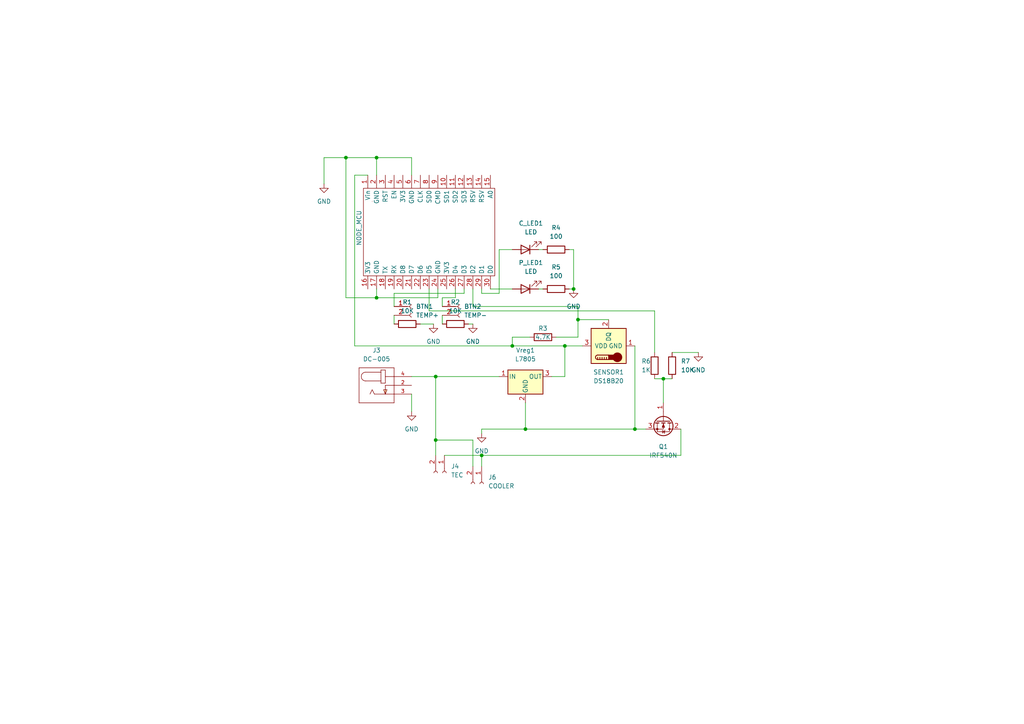
<source format=kicad_sch>
(kicad_sch (version 20211123) (generator eeschema)
  (paper "A4")
  (title_block (title "NodeMCU Thermal Control") (date "2022-03-19") (rev "1.0") (company "FeapTech"))
  (lib_symbols
    (symbol "Connector:Conn_01x02_Female" (pin_names (offset 1.016) hide)
      (property "Reference" "J" (at 0 2.54 0))
      (property "Value" "Conn_01x02_Female" (at 0 -5.08 0))
      (symbol "Conn_01x02_Female_1_1"
        (arc (start 0 -2.032) (mid -0.508 -2.54) (end 0 -3.048) (stroke (width 0.1524)))
        (polyline (pts (xy -1.27 -2.54) (xy -0.508 -2.54)) (stroke (width 0.1524)))
        (polyline (pts (xy -1.27 0) (xy -0.508 0)) (stroke (width 0.1524)))
        (arc (start 0 0.508) (mid -0.508 0) (end 0 -0.508) (stroke (width 0.1524)))
        (pin passive line (at -5.08 0 0) (length 3.81) (name "Pin_1") (number "1"))
        (pin passive line (at -5.08 -2.54 0) (length 3.81) (name "Pin_2") (number "2"))
      )
    )
    (symbol "DC-005:DC-005" (pin_names (offset 1.016) hide)
      (property "Reference" "J" (at -5.1054 5.588 0))
      (property "Value" "DC-005" (at -5.1054 -7.6454 0))
      (symbol "DC-005_0_0"
        (arc (start -3.175 3.81) (mid -4.445 2.54) (end -3.175 1.27) (stroke (width 0.1524)))
        (polyline (pts (xy -5.08 -5.08) (xy -5.08 5.08)) (stroke (width 0.1524)))
        (polyline (pts (xy -5.08 5.08) (xy 5.08 5.08)) (stroke (width 0.1524)))
        (polyline (pts (xy -3.175 3.81) (xy 1.27 3.81)) (stroke (width 0.1524)))
        (polyline (pts (xy -1.27 -1.27) (xy -1.905 -2.54)) (stroke (width 0.1524)))
        (polyline (pts (xy -0.635 -2.54) (xy -1.27 -1.27)) (stroke (width 0.1524)))
        (polyline (pts (xy 1.27 0.635) (xy 2.54 0.635)) (stroke (width 0.1524)))
        (polyline (pts (xy 1.27 1.27) (xy -3.175 1.27)) (stroke (width 0.1524)))
        (polyline (pts (xy 1.27 1.27) (xy 1.27 0.635)) (stroke (width 0.1524)))
        (polyline (pts (xy 1.27 3.81) (xy 1.27 1.27)) (stroke (width 0.1524)))
        (polyline (pts (xy 1.27 4.445) (xy 1.27 3.81)) (stroke (width 0.1524)))
        (polyline (pts (xy 2.54 -2.54) (xy -0.635 -2.54)) (stroke (width 0.1524)))
        (polyline (pts (xy 2.54 -2.54) (xy 5.08 -2.54)) (stroke (width 0.1524)))
        (polyline (pts (xy 2.54 0) (xy 2.54 -2.54)) (stroke (width 0.1524)))
        (polyline (pts (xy 2.54 0) (xy 5.08 0)) (stroke (width 0.1524)))
        (polyline (pts (xy 2.54 0.635) (xy 2.54 2.54)) (stroke (width 0.1524)))
        (polyline (pts (xy 2.54 2.54) (xy 2.54 4.445)) (stroke (width 0.1524)))
        (polyline (pts (xy 2.54 2.54) (xy 5.08 2.54)) (stroke (width 0.1524)))
        (polyline (pts (xy 2.54 4.445) (xy 1.27 4.445)) (stroke (width 0.1524)))
        (polyline (pts (xy 5.08 -5.08) (xy -5.08 -5.08)) (stroke (width 0.1524)))
        (polyline (pts (xy 5.08 -2.54) (xy 5.08 -5.08)) (stroke (width 0.1524)))
        (polyline (pts (xy 5.08 0) (xy 5.08 -2.54)) (stroke (width 0.1524)))
        (polyline (pts (xy 5.08 2.54) (xy 5.08 0)) (stroke (width 0.1524)))
        (polyline (pts (xy 5.08 5.08) (xy 5.08 2.54)) (stroke (width 0.1524)))
        (polyline (pts (xy 2.54 -2.54) (xy 2.032 -1.27) (xy 3.048 -1.27) (xy 2.54 -2.54)) (stroke (width 0.1524)) (fill (type background)))
        (pin passive line (at 10.16 0 180) (length 5.08) (name "~") (number "2"))
        (pin passive line (at 10.16 -2.54 180) (length 5.08) (name "~") (number "3"))
        (pin passive line (at 10.16 2.54 180) (length 5.08) (name "~") (number "4"))
      )
    )
    (symbol "Device:LED" (pin_numbers hide) (pin_names (offset 1.016) hide)
      (property "Reference" "D" (at 0 2.54 0))
      (property "Value" "LED" (at 0 -2.54 0))
      (symbol "LED_0_1"
        (polyline (pts (xy -1.27 -1.27) (xy -1.27 1.27)) (stroke (width 0.254)))
        (polyline (pts (xy -1.27 0) (xy 1.27 0)))
        (polyline (pts (xy 1.27 -1.27) (xy 1.27 1.27) (xy -1.27 0) (xy 1.27 -1.27)) (stroke (width 0.254)))
        (polyline (pts (xy -3.048 -0.762) (xy -4.572 -2.286) (xy -3.81 -2.286) (xy -4.572 -2.286) (xy -4.572 -1.524)))
        (polyline (pts (xy -1.778 -0.762) (xy -3.302 -2.286) (xy -2.54 -2.286) (xy -3.302 -2.286) (xy -3.302 -1.524)))
      )
      (symbol "LED_1_1"
        (pin passive line (at -3.81 0 0) (length 2.54) (name "K") (number "1"))
        (pin passive line (at 3.81 0 180) (length 2.54) (name "A") (number "2"))
      )
    )
    (symbol "Device:R" (pin_numbers hide) (pin_names (offset 0))
      (property "Reference" "R" (at 2.032 0 90))
      (property "Value" "R" (at 0 0 90))
      (symbol "R_0_1"
        (rectangle (start -1.016 -2.54) (end 1.016 2.54) (stroke (width 0.254)))
      )
      (symbol "R_1_1"
        (pin passive line (at 0 3.81 270) (length 1.27) (name "~") (number "1"))
        (pin passive line (at 0 -3.81 90) (length 1.27) (name "~") (number "2"))
      )
    )
    (symbol "Regulator_Linear:L7805" (pin_names (offset 0.254))
      (property "Reference" "U" (at -3.81 3.175 0))
      (property "Value" "L7805" (at 0 3.175 0))
      (symbol "L7805_0_1"
        (rectangle (start -5.08 1.905) (end 5.08 -5.08) (stroke (width 0.254)) (fill (type background)))
      )
      (symbol "L7805_1_1"
        (pin power_in line (at -7.62 0 0) (length 2.54) (name "IN") (number "1"))
        (pin power_in line (at 0 -7.62 90) (length 2.54) (name "GND") (number "2"))
        (pin power_out line (at 7.62 0 180) (length 2.54) (name "OUT") (number "3"))
      )
    )
    (symbol "Sensor_Temperature:DS18B20" (pin_names (offset 1.016))
      (property "Reference" "U" (at -3.81 6.35 0))
      (property "Value" "DS18B20" (at 6.35 6.35 0))
      (symbol "DS18B20_0_1"
        (rectangle (start -5.08 5.08) (end 5.08 -5.08) (stroke (width 0.254)) (fill (type background)))
        (circle (center -3.302 -2.54) (radius 1.27) (stroke (width 0.254)) (fill (type outline)))
        (rectangle (start -2.667 -1.905) (end -3.937 0) (stroke (width 0.254)) (fill (type outline)))
        (arc (start -2.667 3.175) (mid -3.302 3.81) (end -3.937 3.175) (stroke (width 0.254)))
        (polyline (pts (xy -3.937 0.635) (xy -3.302 0.635)) (stroke (width 0.254)))
        (polyline (pts (xy -3.937 1.27) (xy -3.302 1.27)) (stroke (width 0.254)))
        (polyline (pts (xy -3.937 1.905) (xy -3.302 1.905)) (stroke (width 0.254)))
        (polyline (pts (xy -3.937 2.54) (xy -3.302 2.54)) (stroke (width 0.254)))
        (polyline (pts (xy -3.937 3.175) (xy -3.937 0)) (stroke (width 0.254)))
        (polyline (pts (xy -3.937 3.175) (xy -3.302 3.175)) (stroke (width 0.254)))
        (polyline (pts (xy -2.667 3.175) (xy -2.667 0)) (stroke (width 0.254)))
      )
      (symbol "DS18B20_1_1"
        (pin power_in line (at 0 -7.62 90) (length 2.54) (name "GND") (number "1"))
        (pin bidirectional line (at 7.62 0 180) (length 2.54) (name "DQ") (number "2"))
        (pin power_in line (at 0 7.62 270) (length 2.54) (name "VDD") (number "3"))
      )
    )
    (symbol "Transistor_FET:IRF540N" (pin_names hide)
      (property "Reference" "Q" (at 6.35 1.905 0))
      (property "Value" "IRF540N" (at 6.35 0 0))
      (symbol "IRF540N_0_1"
        (polyline (pts (xy 0.254 0) (xy -2.54 0)))
        (polyline (pts (xy 0.254 1.905) (xy 0.254 -1.905)) (stroke (width 0.254)))
        (polyline (pts (xy 0.762 -1.27) (xy 0.762 -2.286)) (stroke (width 0.254)))
        (polyline (pts (xy 0.762 0.508) (xy 0.762 -0.508)) (stroke (width 0.254)))
        (polyline (pts (xy 0.762 2.286) (xy 0.762 1.27)) (stroke (width 0.254)))
        (polyline (pts (xy 2.54 2.54) (xy 2.54 1.778)))
        (polyline (pts (xy 2.54 -2.54) (xy 2.54 0) (xy 0.762 0)))
        (polyline (pts (xy 0.762 -1.778) (xy 3.302 -1.778) (xy 3.302 1.778) (xy 0.762 1.778)))
        (polyline (pts (xy 1.016 0) (xy 2.032 0.381) (xy 2.032 -0.381) (xy 1.016 0)) (fill (type outline)))
        (polyline (pts (xy 2.794 0.508) (xy 2.921 0.381) (xy 3.683 0.381) (xy 3.81 0.254)))
        (polyline (pts (xy 3.302 0.381) (xy 2.921 -0.254) (xy 3.683 -0.254) (xy 3.302 0.381)))
        (circle (center 1.651 0) (radius 2.794) (stroke (width 0.254)))
        (circle (center 2.54 -1.778) (radius 0.254) (fill (type outline)))
        (circle (center 2.54 1.778) (radius 0.254) (fill (type outline)))
      )
      (symbol "IRF540N_1_1"
        (pin input line (at -5.08 0 0) (length 2.54) (name "G") (number "1"))
        (pin passive line (at 2.54 5.08 270) (length 2.54) (name "D") (number "2"))
        (pin passive line (at 2.54 -5.08 90) (length 2.54) (name "S") (number "3"))
      )
    )
    (symbol "node_mcu:NODE_MCU"
      (property "Reference" "U" (at 0 2.54 0))
      (property "Value" "NODE_MCU" (at 0 0 0))
      (symbol "NODE_MCU_0_1"
        (rectangle (start -12.7 -2.54) (end 12.7 -40.64))
        (rectangle (start 8.89 -5.08) (end 8.89 -5.08))
      )
      (symbol "NODE_MCU_1_1"
        (pin bidirectional line (at 16.51 -3.81 180) (length 3.81) (name "Vin") (number "1"))
        (pin bidirectional line (at 16.51 -26.67 180) (length 3.81) (name "SD1") (number "10"))
        (pin bidirectional line (at 16.51 -29.21 180) (length 3.81) (name "SD2") (number "11"))
        (pin bidirectional line (at 16.51 -31.75 180) (length 3.81) (name "SD3") (number "12"))
        (pin bidirectional line (at 16.51 -34.29 180) (length 3.81) (name "RSV") (number "13"))
        (pin bidirectional line (at 16.51 -36.83 180) (length 3.81) (name "RSV") (number "14"))
        (pin bidirectional line (at 16.51 -39.37 180) (length 3.81) (name "A0") (number "15"))
        (pin bidirectional line (at -16.51 -3.81 0) (length 3.81) (name "3V3") (number "16"))
        (pin bidirectional line (at -16.51 -6.35 0) (length 3.81) (name "GND") (number "17"))
        (pin bidirectional line (at -16.51 -8.89 0) (length 3.81) (name "TX") (number "18"))
        (pin bidirectional line (at -16.51 -11.43 0) (length 3.81) (name "RX") (number "19"))
        (pin bidirectional line (at 16.51 -6.35 180) (length 3.81) (name "GND") (number "2"))
        (pin bidirectional line (at -16.51 -13.97 0) (length 3.81) (name "D8") (number "20"))
        (pin bidirectional line (at -16.51 -16.51 0) (length 3.81) (name "D7") (number "21"))
        (pin bidirectional line (at -16.51 -19.05 0) (length 3.81) (name "D6") (number "22"))
        (pin bidirectional line (at -16.51 -21.59 0) (length 3.81) (name "D5") (number "23"))
        (pin bidirectional line (at -16.51 -24.13 0) (length 3.81) (name "GND") (number "24"))
        (pin bidirectional line (at -16.51 -26.67 0) (length 3.81) (name "3V3") (number "25"))
        (pin bidirectional line (at -16.51 -29.21 0) (length 3.81) (name "D4") (number "26"))
        (pin bidirectional line (at -16.51 -31.75 0) (length 3.81) (name "D3") (number "27"))
        (pin bidirectional line (at -16.51 -34.29 0) (length 3.81) (name "D2") (number "28"))
        (pin bidirectional line (at -16.51 -36.83 0) (length 3.81) (name "D1") (number "29"))
        (pin bidirectional line (at 16.51 -8.89 180) (length 3.81) (name "RST") (number "3"))
        (pin bidirectional line (at -16.51 -39.37 0) (length 3.81) (name "D0") (number "30"))
        (pin bidirectional line (at 16.51 -11.43 180) (length 3.81) (name "EN") (number "4"))
        (pin bidirectional line (at 16.51 -13.97 180) (length 3.81) (name "3V3") (number "5"))
        (pin bidirectional line (at 16.51 -16.51 180) (length 3.81) (name "GND") (number "6"))
        (pin bidirectional line (at 16.51 -19.05 180) (length 3.81) (name "CLK") (number "7"))
        (pin bidirectional line (at 16.51 -21.59 180) (length 3.81) (name "SD0") (number "8"))
        (pin bidirectional line (at 16.51 -24.13 180) (length 3.81) (name "CMD") (number "9"))
      )
    )
    (symbol "power:GND" (power) (pin_names (offset 0))
      (property "Value" "GND" (at 0 -3.81 0))
      (symbol "GND_0_1"
        (polyline (pts (xy 0 0) (xy 0 -1.27) (xy 1.27 -1.27) (xy 0 -2.54) (xy -1.27 -1.27) (xy 0 -1.27)))
      )
      (symbol "GND_1_1"
        (pin power_in line (at 0 0 270) (length 0) hide (name "GND") (number "1"))
      )
    )
  )
  (junction (at 109.22 45.72))
  (junction (at 166.37 83.82))
  (junction (at 163.83 100.33))
  (junction (at 192.405 109.855))
  (junction (at 152.4 124.46))
  (junction (at 148.59 100.33))
  (junction (at 109.22 86.36))
  (junction (at 139.7 132.08))
  (junction (at 184.15 124.46))
  (junction (at 126.365 109.22))
  (junction (at 167.64 92.71))
  (junction (at 100.33 45.72))
  (junction (at 126.365 127.635))
  (wire (pts (xy 135.89 93.98) (xy 137.16 93.98)))
  (wire (pts (xy 167.64 97.79) (xy 167.64 92.71)))
  (wire (pts (xy 160.02 109.22) (xy 163.83 109.22)))
  (wire (pts (xy 166.37 83.82) (xy 165.1 83.82)))
  (wire (pts (xy 197.485 132.08) (xy 197.485 124.46)))
  (wire (pts (xy 152.4 124.46) (xy 184.15 124.46)))
  (wire (pts (xy 192.405 109.855) (xy 194.945 109.855)))
  (wire (pts (xy 102.87 50.8) (xy 102.87 100.33)))
  (wire (pts (xy 161.29 97.79) (xy 167.64 97.79)))
  (wire (pts (xy 109.22 86.36) (xy 100.33 86.36)))
  (wire (pts (xy 109.22 83.82) (xy 109.22 86.36)))
  (wire (pts (xy 114.3 91.44) (xy 114.3 93.98)))
  (wire (pts (xy 126.365 109.22) (xy 144.78 109.22)))
  (wire (pts (xy 156.21 83.82) (xy 157.48 83.82)))
  (wire (pts (xy 121.92 93.98) (xy 125.73 93.98)))
  (wire (pts (xy 124.46 83.82) (xy 124.46 90.17)))
  (wire (pts (xy 139.7 132.08) (xy 197.485 132.08)))
  (wire (pts (xy 148.59 100.33) (xy 163.83 100.33)))
  (wire (pts (xy 109.22 45.72) (xy 109.22 50.8)))
  (wire (pts (xy 100.33 86.36) (xy 100.33 45.72)))
  (wire (pts (xy 184.15 124.46) (xy 187.325 124.46)))
  (wire (pts (xy 192.405 109.855) (xy 192.405 116.84)))
  (wire (pts (xy 100.33 45.72) (xy 93.98 45.72)))
  (wire (pts (xy 93.98 45.72) (xy 93.98 53.34)))
  (wire (pts (xy 128.27 88.9) (xy 128.27 86.36)))
  (wire (pts (xy 119.38 109.22) (xy 126.365 109.22)))
  (wire (pts (xy 144.78 72.39) (xy 144.78 85.09)))
  (wire (pts (xy 134.62 85.09) (xy 134.62 83.82)))
  (wire (pts (xy 148.59 97.79) (xy 153.67 97.79)))
  (wire (pts (xy 189.865 90.17) (xy 189.865 102.235)))
  (wire (pts (xy 137.16 135.255) (xy 137.16 127.635)))
  (wire (pts (xy 128.905 132.08) (xy 139.7 132.08)))
  (wire (pts (xy 139.7 132.08) (xy 139.7 135.255)))
  (wire (pts (xy 152.4 124.46) (xy 139.7 124.46)))
  (wire (pts (xy 139.7 124.46) (xy 139.7 125.73)))
  (wire (pts (xy 128.27 91.44) (xy 128.27 93.98)))
  (wire (pts (xy 194.945 102.235) (xy 202.565 102.235)))
  (wire (pts (xy 102.87 100.33) (xy 148.59 100.33)))
  (wire (pts (xy 132.08 86.36) (xy 132.08 83.82)))
  (wire (pts (xy 114.3 85.09) (xy 134.62 85.09)))
  (wire (pts (xy 152.4 116.84) (xy 152.4 124.46)))
  (wire (pts (xy 127 83.82) (xy 127 86.36)))
  (wire (pts (xy 166.37 72.39) (xy 166.37 83.82)))
  (wire (pts (xy 126.365 109.22) (xy 126.365 127.635)))
  (wire (pts (xy 144.78 85.09) (xy 139.7 85.09)))
  (wire (pts (xy 119.38 50.8) (xy 119.38 45.72)))
  (wire (pts (xy 156.21 72.39) (xy 157.48 72.39)))
  (wire (pts (xy 148.59 72.39) (xy 144.78 72.39)))
  (wire (pts (xy 139.7 85.09) (xy 139.7 83.82)))
  (wire (pts (xy 167.64 92.71) (xy 176.53 92.71)))
  (wire (pts (xy 109.22 45.72) (xy 100.33 45.72)))
  (wire (pts (xy 137.16 88.9) (xy 167.64 88.9)))
  (wire (pts (xy 165.1 72.39) (xy 166.37 72.39)))
  (wire (pts (xy 167.64 88.9) (xy 167.64 92.71)))
  (wire (pts (xy 106.68 50.8) (xy 102.87 50.8)))
  (wire (pts (xy 189.865 109.855) (xy 192.405 109.855)))
  (wire (pts (xy 119.38 45.72) (xy 109.22 45.72)))
  (wire (pts (xy 128.27 86.36) (xy 132.08 86.36)))
  (wire (pts (xy 163.83 100.33) (xy 168.91 100.33)))
  (wire (pts (xy 137.16 83.82) (xy 137.16 88.9)))
  (wire (pts (xy 124.46 90.17) (xy 189.865 90.17)))
  (wire (pts (xy 114.3 88.9) (xy 114.3 85.09)))
  (wire (pts (xy 163.83 100.33) (xy 163.83 109.22)))
  (wire (pts (xy 127 86.36) (xy 109.22 86.36)))
  (wire (pts (xy 184.15 100.33) (xy 184.15 124.46)))
  (wire (pts (xy 119.38 114.3) (xy 119.38 119.38)))
  (wire (pts (xy 142.24 83.82) (xy 148.59 83.82)))
  (wire (pts (xy 148.59 97.79) (xy 148.59 100.33)))
  (wire (pts (xy 126.365 127.635) (xy 126.365 132.08)))
  (wire (pts (xy 137.16 127.635) (xy 126.365 127.635)))
  (symbol (lib_id "power:GND") (at 125.73 93.98 0) (unit 1)
    (property "Reference" "#PWR03" (effects hide))
    (property "Value" "GND" (at 125.73 99.06 0))
  )
  (symbol (lib_id "power:GND") (at 93.98 53.34 0) (unit 1)
    (property "Reference" "#PWR01" (effects hide))
    (property "Value" "GND" (at 93.98 58.42 0))
  )
  (symbol (lib_id "power:GND") (at 119.38 119.38 0) (unit 1)
    (property "Reference" "#PWR02" (effects hide))
    (property "Value" "GND" (at 119.38 124.46 0))
  )
  (symbol (lib_id "Device:R") (at 157.48 97.79 270) (unit 1)
    (property "Reference" "R3" (at 157.48 95.25 90))
    (property "Value" "4.7K" (at 157.48 97.79 90))
    (property "Footprint" "Resistor_THT:R_Axial_DIN0207_L6.3mm_D2.5mm_P7.62mm_Horizontal" (effects hide))
  )
  (symbol (lib_id "power:GND") (at 137.16 93.98 0) (unit 1)
    (property "Reference" "#PWR04" (effects hide))
    (property "Value" "GND" (at 137.16 99.06 0))
  )
  (symbol (lib_id "Device:R") (at 161.29 72.39 90) (unit 1)
    (property "Reference" "R4" (at 161.29 66.04 90))
    (property "Value" "100" (at 161.29 68.58 90))
    (property "Footprint" "Resistor_THT:R_Axial_DIN0207_L6.3mm_D2.5mm_P7.62mm_Horizontal" (effects hide))
  )
  (symbol (lib_id "Device:LED") (at 152.4 83.82 180) (unit 1)
    (property "Reference" "P_LED1" (at 153.9875 76.2 0))
    (property "Value" "LED" (at 153.9875 78.74 0))
    (property "Footprint" "LED_THT:LED_D5.0mm" (effects hide))
  )
  (symbol (lib_id "Connector:Conn_01x02_Female") (at 139.7 140.335 270) (unit 1)
    (property "Reference" "J6" (at 141.605 138.4299 90) (effects (justify left)))
    (property "Value" "COOLER" (at 141.605 140.9699 90) (effects (justify left)))
    (property "Footprint" "Connector_Wire:SolderWire-0.5sqmm_1x02_P4.8mm_D0.9mm_OD2.3mm" (effects hide))
  )
  (symbol (lib_id "Device:R") (at 161.29 83.82 90) (unit 1)
    (property "Reference" "R5" (at 161.29 77.47 90))
    (property "Value" "100" (at 161.29 80.01 90))
    (property "Footprint" "Resistor_THT:R_Axial_DIN0207_L6.3mm_D2.5mm_P7.62mm_Horizontal" (effects hide))
  )
  (symbol (lib_id "DC-005:DC-005") (at 109.22 111.76 0) (unit 1)
    (property "Reference" "J3" (at 109.22 101.6 0))
    (property "Value" "DC-005" (at 109.22 104.14 0))
    (property "Footprint" "Connector:DC-005" (effects hide))
    (property "MP" "DC-005" (effects hide))
    (property "PACKAGE" "None" (effects hide))
    (property "PRICE" "None" (effects hide))
    (property "MF" "Best Inc." (effects hide))
    (property "AVAILABILITY" "Unavailable" (effects hide))
    (property "DESCRIPTION" "Conn Dc Power Jack 2.1mm" (effects hide))
  )
  (symbol (lib_id "Connector:Conn_01x02_Female") (at 119.38 88.9 0) (unit 1)
    (property "Reference" "BTN1" (at 120.65 88.8999 0) (effects (justify left)))
    (property "Value" "TEMP+" (at 120.65 91.4399 0) (effects (justify left)))
    (property "Footprint" "Connector_PinSocket_2.54mm:PinSocket_1x02_P2.54mm_Vertical" (effects hide))
  )
  (symbol (lib_id "node_mcu:NODE_MCU") (at 102.87 67.31 90) (unit 1)
    (property "Reference" "U1" (effects hide))
    (property "Value" "NODE_MCU" (at 104.14 60.96 0) (effects (justify right)))
    (property "Footprint" "Connector:node_mcu_socket" (effects hide))
  )
  (symbol (lib_id "power:GND") (at 139.7 125.73 0) (unit 1)
    (property "Reference" "#PWR05" (effects hide))
    (property "Value" "GND" (at 139.7 130.81 0))
  )
  (symbol (lib_id "Device:R") (at 194.945 106.045 180) (unit 1)
    (property "Reference" "R7" (at 197.485 104.7749 0) (effects (justify right)))
    (property "Value" "10K" (at 197.485 107.3149 0) (effects (justify right)))
    (property "Footprint" "Resistor_THT:R_Axial_DIN0207_L6.3mm_D2.5mm_P7.62mm_Horizontal" (effects hide))
  )
  (symbol (lib_id "Sensor_Temperature:DS18B20") (at 176.53 100.33 90) (unit 1)
    (property "Reference" "SENSOR1" (at 176.53 107.95 90))
    (property "Value" "DS18B20" (at 176.53 110.49 90))
    (property "Footprint" "Package_TO_SOT_THT:TO-92_Inline" (effects hide))
    (property "Datasheet" "http://datasheets.maximintegrated.com/en/ds/DS18B20.pdf" (effects hide))
  )
  (symbol (lib_id "Connector:Conn_01x02_Female") (at 133.35 88.9 0) (unit 1)
    (property "Reference" "BTN2" (at 134.62 88.8999 0) (effects (justify left)))
    (property "Value" "TEMP-" (at 134.62 91.4399 0) (effects (justify left)))
    (property "Footprint" "Connector_PinSocket_2.54mm:PinSocket_1x02_P2.54mm_Vertical" (effects hide))
  )
  (symbol (lib_id "power:GND") (at 166.37 83.82 0) (unit 1)
    (property "Reference" "#PWR06" (effects hide))
    (property "Value" "GND" (at 166.37 88.9 0))
  )
  (symbol (lib_id "Transistor_FET:IRF540N") (at 192.405 121.92 270) (unit 1)
    (property "Reference" "Q1" (at 192.405 129.54 90))
    (property "Value" "IRF540N" (at 192.405 132.08 90))
    (property "Footprint" "Package_TO_SOT_THT:TO-220-3_Vertical" (effects hide))
    (property "Datasheet" "http://www.irf.com/product-info/datasheets/data/irf540n.pdf" (effects hide))
  )
  (symbol (lib_id "Device:R") (at 189.865 106.045 180) (unit 1)
    (property "Reference" "R6" (at 186.055 104.775 0) (effects (justify right)))
    (property "Value" "1K" (at 186.055 107.315 0) (effects (justify right)))
    (property "Footprint" "Resistor_THT:R_Axial_DIN0207_L6.3mm_D2.5mm_P7.62mm_Horizontal" (effects hide))
  )
  (symbol (lib_id "Device:LED") (at 152.4 72.39 180) (unit 1)
    (property "Reference" "C_LED1" (at 153.9875 64.77 0))
    (property "Value" "LED" (at 153.9875 67.31 0))
    (property "Footprint" "LED_THT:LED_D5.0mm" (effects hide))
  )
  (symbol (lib_id "Regulator_Linear:L7805") (at 152.4 109.22 0) (unit 1)
    (property "Reference" "Vreg1" (at 152.4 101.6 0))
    (property "Value" "L7805" (at 152.4 104.14 0))
    (property "Footprint" "Package_TO_SOT_THT:TO-220-3_Vertical" (effects hide))
    (property "Datasheet" "http://www.st.com/content/ccc/resource/technical/document/datasheet/41/4f/b3/b0/12/d4/47/88/CD00000444.pdf/files/CD00000444.pdf/jcr:content/translations/en.CD00000444.pdf" (effects hide))
  )
  (symbol (lib_id "Connector:Conn_01x02_Female") (at 128.905 137.16 270) (unit 1)
    (property "Reference" "J4" (at 130.81 135.2549 90) (effects (justify left)))
    (property "Value" "TEC" (at 130.81 137.7949 90) (effects (justify left)))
    (property "Footprint" "Connector_Wire:SolderWire-0.5sqmm_1x02_P4.8mm_D0.9mm_OD2.3mm" (effects hide))
  )
  (symbol (lib_id "Device:R") (at 118.11 93.98 90) (unit 1)
    (property "Reference" "R1" (at 118.11 87.63 90))
    (property "Value" "10K" (at 118.11 90.17 90))
    (property "Footprint" "Resistor_THT:R_Axial_DIN0207_L6.3mm_D2.5mm_P7.62mm_Horizontal" (effects hide))
  )
  (symbol (lib_id "Device:R") (at 132.08 93.98 90) (unit 1)
    (property "Reference" "R2" (at 132.08 87.63 90))
    (property "Value" "10K" (at 132.08 90.17 90))
    (property "Footprint" "Resistor_THT:R_Axial_DIN0207_L6.3mm_D2.5mm_P7.62mm_Horizontal" (effects hide))
  )
  (symbol (lib_id "power:GND") (at 202.565 102.235 0) (unit 1)
    (property "Reference" "#PWR07" (effects hide))
    (property "Value" "GND" (at 202.565 107.315 0))
  )
)
</source>
